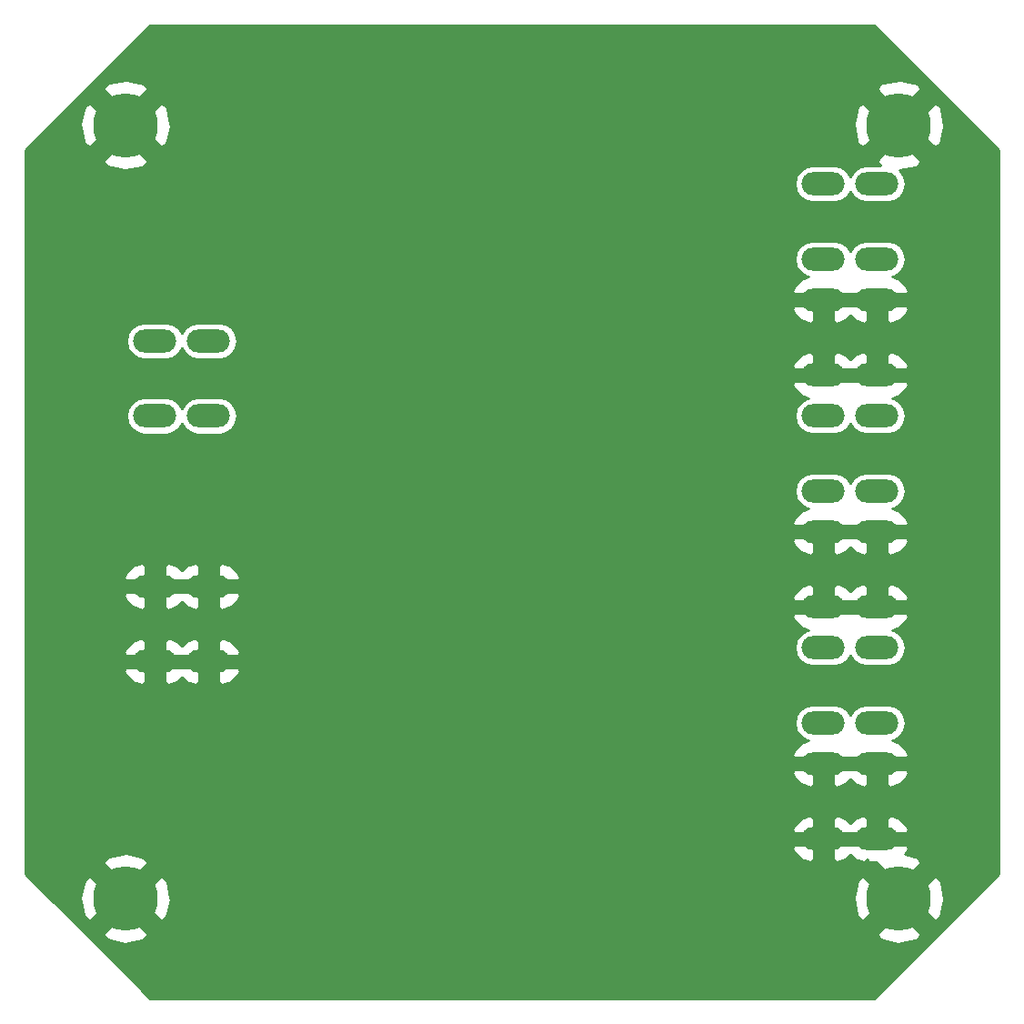
<source format=gbr>
G04 #@! TF.GenerationSoftware,KiCad,Pcbnew,(5.0.2)-1*
G04 #@! TF.CreationDate,2019-05-25T13:24:05-02:30*
G04 #@! TF.ProjectId,PowerPCB,506f7765-7250-4434-922e-6b696361645f,rev?*
G04 #@! TF.SameCoordinates,Original*
G04 #@! TF.FileFunction,Copper,L2,Bot*
G04 #@! TF.FilePolarity,Positive*
%FSLAX46Y46*%
G04 Gerber Fmt 4.6, Leading zero omitted, Abs format (unit mm)*
G04 Created by KiCad (PCBNEW (5.0.2)-1) date 5/25/2019 1:24:05 PM*
%MOMM*%
%LPD*%
G01*
G04 APERTURE LIST*
G04 #@! TA.AperFunction,ComponentPad*
%ADD10C,6.000000*%
G04 #@! TD*
G04 #@! TA.AperFunction,ComponentPad*
%ADD11O,4.000000X2.150000*%
G04 #@! TD*
G04 #@! TA.AperFunction,ViaPad*
%ADD12C,0.800000*%
G04 #@! TD*
G04 #@! TA.AperFunction,Conductor*
%ADD13C,0.250000*%
G04 #@! TD*
G04 #@! TA.AperFunction,Conductor*
%ADD14C,0.254000*%
G04 #@! TD*
G04 APERTURE END LIST*
D10*
G04 #@! TO.P,H1,1*
G04 #@! TO.N,GND*
X132000000Y-68000000D03*
G04 #@! TD*
G04 #@! TO.P,H2,1*
G04 #@! TO.N,GND*
X60000000Y-68000000D03*
G04 #@! TD*
G04 #@! TO.P,H3,1*
G04 #@! TO.N,GND*
X132000000Y-140000000D03*
G04 #@! TD*
G04 #@! TO.P,H4,1*
G04 #@! TO.N,GND*
X60000000Y-140000000D03*
G04 #@! TD*
D11*
G04 #@! TO.P,J1,1*
G04 #@! TO.N,+V*
X67740000Y-88080000D03*
X67740000Y-95080000D03*
X62740000Y-95080000D03*
X62740000Y-88080000D03*
G04 #@! TD*
G04 #@! TO.P,J2,1*
G04 #@! TO.N,GND*
X67740000Y-117940000D03*
X67740000Y-110940000D03*
X62740000Y-110940000D03*
X62740000Y-117940000D03*
G04 #@! TD*
G04 #@! TO.P,J5,1*
G04 #@! TO.N,Net-(J5-Pad1)*
X129970000Y-123655000D03*
X129970000Y-116655000D03*
X124970000Y-116655000D03*
X124970000Y-123655000D03*
G04 #@! TD*
G04 #@! TO.P,J7,1*
G04 #@! TO.N,Net-(J7-Pad1)*
X124970000Y-80475000D03*
X124970000Y-73475000D03*
X129970000Y-73475000D03*
X129970000Y-80475000D03*
G04 #@! TD*
G04 #@! TO.P,J8,1*
G04 #@! TO.N,GND*
X124970000Y-91270000D03*
X124970000Y-84270000D03*
X129970000Y-84270000D03*
X129970000Y-91270000D03*
G04 #@! TD*
G04 #@! TO.P,J9,1*
G04 #@! TO.N,Net-(J9-Pad1)*
X129970000Y-95065000D03*
X129970000Y-102065000D03*
X124970000Y-102065000D03*
X124970000Y-95065000D03*
G04 #@! TD*
G04 #@! TO.P,J10,1*
G04 #@! TO.N,GND*
X124970000Y-112860000D03*
X124970000Y-105860000D03*
X129970000Y-105860000D03*
X129970000Y-112860000D03*
G04 #@! TD*
G04 #@! TO.P,J6,1*
G04 #@! TO.N,GND*
X129970000Y-134450000D03*
X129970000Y-127450000D03*
X124970000Y-127450000D03*
X124970000Y-134450000D03*
G04 #@! TD*
D12*
G04 #@! TO.N,GND*
X85500000Y-81000000D03*
X85500000Y-83000000D03*
X85500000Y-85250000D03*
X85000000Y-109250000D03*
X85000000Y-112000000D03*
X85000000Y-114250000D03*
X85750000Y-139000000D03*
X85750000Y-141000000D03*
X85750000Y-143500000D03*
X110000000Y-138500000D03*
X110000000Y-140750000D03*
X110000000Y-143250000D03*
X110750000Y-114250000D03*
X110750000Y-112000000D03*
X110750000Y-109750000D03*
X110250000Y-85250000D03*
X110250000Y-82750000D03*
X110250000Y-80250000D03*
G04 #@! TD*
D13*
G04 #@! TO.N,GND*
X85500000Y-81000000D02*
X85500000Y-83000000D01*
X85000000Y-109250000D02*
X85000000Y-112000000D01*
X85750000Y-139000000D02*
X85750000Y-141000000D01*
X110000000Y-138500000D02*
X110000000Y-140750000D01*
X110750000Y-114250000D02*
X110750000Y-112000000D01*
X110250000Y-85250000D02*
X110250000Y-82750000D01*
G04 #@! TD*
D14*
G04 #@! TO.N,GND*
G36*
X141290000Y-70294092D02*
X141290001Y-137705907D01*
X129705910Y-149290000D01*
X62294092Y-149290000D01*
X56328069Y-143323977D01*
X57910632Y-143323977D01*
X58286774Y-143843291D01*
X59887948Y-144206361D01*
X61506183Y-143929052D01*
X61713226Y-143843291D01*
X62089368Y-143323977D01*
X129910632Y-143323977D01*
X130286774Y-143843291D01*
X131887948Y-144206361D01*
X133506183Y-143929052D01*
X133713226Y-143843291D01*
X134089368Y-143323977D01*
X132000000Y-141234608D01*
X129910632Y-143323977D01*
X62089368Y-143323977D01*
X60000000Y-141234608D01*
X57910632Y-143323977D01*
X56328069Y-143323977D01*
X52892039Y-139887948D01*
X55793639Y-139887948D01*
X56070948Y-141506183D01*
X56156709Y-141713226D01*
X56676023Y-142089368D01*
X58765392Y-140000000D01*
X61234608Y-140000000D01*
X63323977Y-142089368D01*
X63843291Y-141713226D01*
X64206361Y-140112052D01*
X64167958Y-139887948D01*
X127793639Y-139887948D01*
X128070948Y-141506183D01*
X128156709Y-141713226D01*
X128676023Y-142089368D01*
X130765392Y-140000000D01*
X133234608Y-140000000D01*
X135323977Y-142089368D01*
X135843291Y-141713226D01*
X136206361Y-140112052D01*
X135929052Y-138493817D01*
X135843291Y-138286774D01*
X135323977Y-137910632D01*
X133234608Y-140000000D01*
X130765392Y-140000000D01*
X128676023Y-137910632D01*
X128156709Y-138286774D01*
X127793639Y-139887948D01*
X64167958Y-139887948D01*
X63929052Y-138493817D01*
X63843291Y-138286774D01*
X63323977Y-137910632D01*
X61234608Y-140000000D01*
X58765392Y-140000000D01*
X56676023Y-137910632D01*
X56156709Y-138286774D01*
X55793639Y-139887948D01*
X52892039Y-139887948D01*
X50710000Y-137705910D01*
X50710000Y-136676023D01*
X57910632Y-136676023D01*
X60000000Y-138765392D01*
X62089368Y-136676023D01*
X61713226Y-136156709D01*
X60112052Y-135793639D01*
X58493817Y-136070948D01*
X58286774Y-136156709D01*
X57910632Y-136676023D01*
X50710000Y-136676023D01*
X50710000Y-135314931D01*
X122019982Y-135314931D01*
X122285792Y-135792416D01*
X122933424Y-136363450D01*
X123750283Y-136643179D01*
X124097000Y-136380531D01*
X124097000Y-134987500D01*
X125843000Y-134987500D01*
X125843000Y-136380531D01*
X126189717Y-136643179D01*
X127006576Y-136363450D01*
X127470000Y-135954837D01*
X127933424Y-136363450D01*
X128750283Y-136643179D01*
X129096998Y-136380533D01*
X129096998Y-136652000D01*
X129928032Y-136652000D01*
X129910632Y-136676023D01*
X132000000Y-138765392D01*
X134089368Y-136676023D01*
X133713226Y-136156709D01*
X132542200Y-135891176D01*
X132654208Y-135792416D01*
X132920018Y-135314931D01*
X132738490Y-134987500D01*
X130843000Y-134987500D01*
X130843000Y-135343000D01*
X129097000Y-135343000D01*
X129097000Y-134987500D01*
X125843000Y-134987500D01*
X124097000Y-134987500D01*
X122201510Y-134987500D01*
X122019982Y-135314931D01*
X50710000Y-135314931D01*
X50710000Y-133585069D01*
X122019982Y-133585069D01*
X122201510Y-133912500D01*
X124097000Y-133912500D01*
X124097000Y-132519469D01*
X125843000Y-132519469D01*
X125843000Y-133912500D01*
X129097000Y-133912500D01*
X129097000Y-132519469D01*
X130843000Y-132519469D01*
X130843000Y-133912500D01*
X132738490Y-133912500D01*
X132920018Y-133585069D01*
X132654208Y-133107584D01*
X132006576Y-132536550D01*
X131189717Y-132256821D01*
X130843000Y-132519469D01*
X129097000Y-132519469D01*
X128750283Y-132256821D01*
X127933424Y-132536550D01*
X127470000Y-132945163D01*
X127006576Y-132536550D01*
X126189717Y-132256821D01*
X125843000Y-132519469D01*
X124097000Y-132519469D01*
X123750283Y-132256821D01*
X122933424Y-132536550D01*
X122285792Y-133107584D01*
X122019982Y-133585069D01*
X50710000Y-133585069D01*
X50710000Y-128314931D01*
X122019982Y-128314931D01*
X122285792Y-128792416D01*
X122933424Y-129363450D01*
X123750283Y-129643179D01*
X124097000Y-129380531D01*
X124097000Y-127987500D01*
X125843000Y-127987500D01*
X125843000Y-129380531D01*
X126189717Y-129643179D01*
X127006576Y-129363450D01*
X127470000Y-128954837D01*
X127933424Y-129363450D01*
X128750283Y-129643179D01*
X129097000Y-129380531D01*
X129097000Y-127987500D01*
X130843000Y-127987500D01*
X130843000Y-129380531D01*
X131189717Y-129643179D01*
X132006576Y-129363450D01*
X132654208Y-128792416D01*
X132920018Y-128314931D01*
X132738490Y-127987500D01*
X130843000Y-127987500D01*
X129097000Y-127987500D01*
X125843000Y-127987500D01*
X124097000Y-127987500D01*
X122201510Y-127987500D01*
X122019982Y-128314931D01*
X50710000Y-128314931D01*
X50710000Y-126585069D01*
X122019982Y-126585069D01*
X122201510Y-126912500D01*
X124097000Y-126912500D01*
X124097000Y-126557000D01*
X125843000Y-126557000D01*
X125843000Y-126912500D01*
X129097000Y-126912500D01*
X129097000Y-126557000D01*
X130843000Y-126557000D01*
X130843000Y-126912500D01*
X132738490Y-126912500D01*
X132920018Y-126585069D01*
X132654208Y-126107584D01*
X132006576Y-125536550D01*
X131343139Y-125309360D01*
X131562209Y-125265784D01*
X132127841Y-124887841D01*
X132505784Y-124322209D01*
X132638500Y-123655000D01*
X132505784Y-122987791D01*
X132127841Y-122422159D01*
X131562209Y-122044216D01*
X131063416Y-121945000D01*
X128876584Y-121945000D01*
X128377791Y-122044216D01*
X127812159Y-122422159D01*
X127470000Y-122934236D01*
X127127841Y-122422159D01*
X126562209Y-122044216D01*
X126063416Y-121945000D01*
X123876584Y-121945000D01*
X123377791Y-122044216D01*
X122812159Y-122422159D01*
X122434216Y-122987791D01*
X122301500Y-123655000D01*
X122434216Y-124322209D01*
X122812159Y-124887841D01*
X123377791Y-125265784D01*
X123596861Y-125309360D01*
X122933424Y-125536550D01*
X122285792Y-126107584D01*
X122019982Y-126585069D01*
X50710000Y-126585069D01*
X50710000Y-118804931D01*
X59789982Y-118804931D01*
X60055792Y-119282416D01*
X60703424Y-119853450D01*
X61520283Y-120133179D01*
X61867000Y-119870531D01*
X61867000Y-118477500D01*
X63613000Y-118477500D01*
X63613000Y-119870531D01*
X63959717Y-120133179D01*
X64776576Y-119853450D01*
X65240000Y-119444837D01*
X65703424Y-119853450D01*
X66520283Y-120133179D01*
X66867000Y-119870531D01*
X66867000Y-118477500D01*
X68613000Y-118477500D01*
X68613000Y-119870531D01*
X68959717Y-120133179D01*
X69776576Y-119853450D01*
X70424208Y-119282416D01*
X70690018Y-118804931D01*
X70508490Y-118477500D01*
X68613000Y-118477500D01*
X66867000Y-118477500D01*
X63613000Y-118477500D01*
X61867000Y-118477500D01*
X59971510Y-118477500D01*
X59789982Y-118804931D01*
X50710000Y-118804931D01*
X50710000Y-117075069D01*
X59789982Y-117075069D01*
X59971510Y-117402500D01*
X61867000Y-117402500D01*
X61867000Y-116009469D01*
X63613000Y-116009469D01*
X63613000Y-117402500D01*
X66867000Y-117402500D01*
X66867000Y-116009469D01*
X68613000Y-116009469D01*
X68613000Y-117402500D01*
X70508490Y-117402500D01*
X70690018Y-117075069D01*
X70424208Y-116597584D01*
X69776576Y-116026550D01*
X68959717Y-115746821D01*
X68613000Y-116009469D01*
X66867000Y-116009469D01*
X66520283Y-115746821D01*
X65703424Y-116026550D01*
X65240000Y-116435163D01*
X64776576Y-116026550D01*
X63959717Y-115746821D01*
X63613000Y-116009469D01*
X61867000Y-116009469D01*
X61520283Y-115746821D01*
X60703424Y-116026550D01*
X60055792Y-116597584D01*
X59789982Y-117075069D01*
X50710000Y-117075069D01*
X50710000Y-113724931D01*
X122019982Y-113724931D01*
X122285792Y-114202416D01*
X122933424Y-114773450D01*
X123596861Y-115000640D01*
X123377791Y-115044216D01*
X122812159Y-115422159D01*
X122434216Y-115987791D01*
X122301500Y-116655000D01*
X122434216Y-117322209D01*
X122812159Y-117887841D01*
X123377791Y-118265784D01*
X123876584Y-118365000D01*
X126063416Y-118365000D01*
X126562209Y-118265784D01*
X127127841Y-117887841D01*
X127470000Y-117375764D01*
X127812159Y-117887841D01*
X128377791Y-118265784D01*
X128876584Y-118365000D01*
X131063416Y-118365000D01*
X131562209Y-118265784D01*
X132127841Y-117887841D01*
X132505784Y-117322209D01*
X132638500Y-116655000D01*
X132505784Y-115987791D01*
X132127841Y-115422159D01*
X131562209Y-115044216D01*
X131343139Y-115000640D01*
X132006576Y-114773450D01*
X132654208Y-114202416D01*
X132920018Y-113724931D01*
X132738490Y-113397500D01*
X130843000Y-113397500D01*
X130843000Y-113753000D01*
X129097000Y-113753000D01*
X129097000Y-113397500D01*
X125843000Y-113397500D01*
X125843000Y-113753000D01*
X124097000Y-113753000D01*
X124097000Y-113397500D01*
X122201510Y-113397500D01*
X122019982Y-113724931D01*
X50710000Y-113724931D01*
X50710000Y-111804931D01*
X59789982Y-111804931D01*
X60055792Y-112282416D01*
X60703424Y-112853450D01*
X61520283Y-113133179D01*
X61867000Y-112870531D01*
X61867000Y-111477500D01*
X63613000Y-111477500D01*
X63613000Y-112870531D01*
X63959717Y-113133179D01*
X64776576Y-112853450D01*
X65240000Y-112444837D01*
X65703424Y-112853450D01*
X66520283Y-113133179D01*
X66867000Y-112870531D01*
X66867000Y-111477500D01*
X68613000Y-111477500D01*
X68613000Y-112870531D01*
X68959717Y-113133179D01*
X69776576Y-112853450D01*
X70424208Y-112282416D01*
X70584170Y-111995069D01*
X122019982Y-111995069D01*
X122201510Y-112322500D01*
X124097000Y-112322500D01*
X124097000Y-110929469D01*
X125843000Y-110929469D01*
X125843000Y-112322500D01*
X129097000Y-112322500D01*
X129097000Y-110929469D01*
X130843000Y-110929469D01*
X130843000Y-112322500D01*
X132738490Y-112322500D01*
X132920018Y-111995069D01*
X132654208Y-111517584D01*
X132006576Y-110946550D01*
X131189717Y-110666821D01*
X130843000Y-110929469D01*
X129097000Y-110929469D01*
X128750283Y-110666821D01*
X127933424Y-110946550D01*
X127470000Y-111355163D01*
X127006576Y-110946550D01*
X126189717Y-110666821D01*
X125843000Y-110929469D01*
X124097000Y-110929469D01*
X123750283Y-110666821D01*
X122933424Y-110946550D01*
X122285792Y-111517584D01*
X122019982Y-111995069D01*
X70584170Y-111995069D01*
X70690018Y-111804931D01*
X70508490Y-111477500D01*
X68613000Y-111477500D01*
X66867000Y-111477500D01*
X63613000Y-111477500D01*
X61867000Y-111477500D01*
X59971510Y-111477500D01*
X59789982Y-111804931D01*
X50710000Y-111804931D01*
X50710000Y-110075069D01*
X59789982Y-110075069D01*
X59971510Y-110402500D01*
X61867000Y-110402500D01*
X61867000Y-109009469D01*
X63613000Y-109009469D01*
X63613000Y-110402500D01*
X66867000Y-110402500D01*
X66867000Y-109009469D01*
X68613000Y-109009469D01*
X68613000Y-110402500D01*
X70508490Y-110402500D01*
X70690018Y-110075069D01*
X70424208Y-109597584D01*
X69776576Y-109026550D01*
X68959717Y-108746821D01*
X68613000Y-109009469D01*
X66867000Y-109009469D01*
X66520283Y-108746821D01*
X65703424Y-109026550D01*
X65240000Y-109435163D01*
X64776576Y-109026550D01*
X63959717Y-108746821D01*
X63613000Y-109009469D01*
X61867000Y-109009469D01*
X61520283Y-108746821D01*
X60703424Y-109026550D01*
X60055792Y-109597584D01*
X59789982Y-110075069D01*
X50710000Y-110075069D01*
X50710000Y-106724931D01*
X122019982Y-106724931D01*
X122285792Y-107202416D01*
X122933424Y-107773450D01*
X123750283Y-108053179D01*
X124097000Y-107790531D01*
X124097000Y-106397500D01*
X125843000Y-106397500D01*
X125843000Y-107790531D01*
X126189717Y-108053179D01*
X127006576Y-107773450D01*
X127470000Y-107364837D01*
X127933424Y-107773450D01*
X128750283Y-108053179D01*
X129097000Y-107790531D01*
X129097000Y-106397500D01*
X130843000Y-106397500D01*
X130843000Y-107790531D01*
X131189717Y-108053179D01*
X132006576Y-107773450D01*
X132654208Y-107202416D01*
X132920018Y-106724931D01*
X132738490Y-106397500D01*
X130843000Y-106397500D01*
X129097000Y-106397500D01*
X125843000Y-106397500D01*
X124097000Y-106397500D01*
X122201510Y-106397500D01*
X122019982Y-106724931D01*
X50710000Y-106724931D01*
X50710000Y-104995069D01*
X122019982Y-104995069D01*
X122201510Y-105322500D01*
X124097000Y-105322500D01*
X124097000Y-104967000D01*
X125843000Y-104967000D01*
X125843000Y-105322500D01*
X129097000Y-105322500D01*
X129097000Y-104967000D01*
X130843000Y-104967000D01*
X130843000Y-105322500D01*
X132738490Y-105322500D01*
X132920018Y-104995069D01*
X132654208Y-104517584D01*
X132006576Y-103946550D01*
X131343139Y-103719360D01*
X131562209Y-103675784D01*
X132127841Y-103297841D01*
X132505784Y-102732209D01*
X132638500Y-102065000D01*
X132505784Y-101397791D01*
X132127841Y-100832159D01*
X131562209Y-100454216D01*
X131063416Y-100355000D01*
X128876584Y-100355000D01*
X128377791Y-100454216D01*
X127812159Y-100832159D01*
X127470000Y-101344236D01*
X127127841Y-100832159D01*
X126562209Y-100454216D01*
X126063416Y-100355000D01*
X123876584Y-100355000D01*
X123377791Y-100454216D01*
X122812159Y-100832159D01*
X122434216Y-101397791D01*
X122301500Y-102065000D01*
X122434216Y-102732209D01*
X122812159Y-103297841D01*
X123377791Y-103675784D01*
X123596861Y-103719360D01*
X122933424Y-103946550D01*
X122285792Y-104517584D01*
X122019982Y-104995069D01*
X50710000Y-104995069D01*
X50710000Y-95080000D01*
X60071500Y-95080000D01*
X60204216Y-95747209D01*
X60582159Y-96312841D01*
X61147791Y-96690784D01*
X61646584Y-96790000D01*
X63833416Y-96790000D01*
X64332209Y-96690784D01*
X64897841Y-96312841D01*
X65240000Y-95800764D01*
X65582159Y-96312841D01*
X66147791Y-96690784D01*
X66646584Y-96790000D01*
X68833416Y-96790000D01*
X69332209Y-96690784D01*
X69897841Y-96312841D01*
X70275784Y-95747209D01*
X70408500Y-95080000D01*
X70275784Y-94412791D01*
X69897841Y-93847159D01*
X69332209Y-93469216D01*
X68833416Y-93370000D01*
X66646584Y-93370000D01*
X66147791Y-93469216D01*
X65582159Y-93847159D01*
X65240000Y-94359236D01*
X64897841Y-93847159D01*
X64332209Y-93469216D01*
X63833416Y-93370000D01*
X61646584Y-93370000D01*
X61147791Y-93469216D01*
X60582159Y-93847159D01*
X60204216Y-94412791D01*
X60071500Y-95080000D01*
X50710000Y-95080000D01*
X50710000Y-92134931D01*
X122019982Y-92134931D01*
X122285792Y-92612416D01*
X122933424Y-93183450D01*
X123596861Y-93410640D01*
X123377791Y-93454216D01*
X122812159Y-93832159D01*
X122434216Y-94397791D01*
X122301500Y-95065000D01*
X122434216Y-95732209D01*
X122812159Y-96297841D01*
X123377791Y-96675784D01*
X123876584Y-96775000D01*
X126063416Y-96775000D01*
X126562209Y-96675784D01*
X127127841Y-96297841D01*
X127470000Y-95785764D01*
X127812159Y-96297841D01*
X128377791Y-96675784D01*
X128876584Y-96775000D01*
X131063416Y-96775000D01*
X131562209Y-96675784D01*
X132127841Y-96297841D01*
X132505784Y-95732209D01*
X132638500Y-95065000D01*
X132505784Y-94397791D01*
X132127841Y-93832159D01*
X131562209Y-93454216D01*
X131343139Y-93410640D01*
X132006576Y-93183450D01*
X132654208Y-92612416D01*
X132920018Y-92134931D01*
X132738490Y-91807500D01*
X130843000Y-91807500D01*
X130843000Y-92163000D01*
X129097000Y-92163000D01*
X129097000Y-91807500D01*
X125843000Y-91807500D01*
X125843000Y-92163000D01*
X124097000Y-92163000D01*
X124097000Y-91807500D01*
X122201510Y-91807500D01*
X122019982Y-92134931D01*
X50710000Y-92134931D01*
X50710000Y-90405069D01*
X122019982Y-90405069D01*
X122201510Y-90732500D01*
X124097000Y-90732500D01*
X124097000Y-89339469D01*
X125843000Y-89339469D01*
X125843000Y-90732500D01*
X129097000Y-90732500D01*
X129097000Y-89339469D01*
X130843000Y-89339469D01*
X130843000Y-90732500D01*
X132738490Y-90732500D01*
X132920018Y-90405069D01*
X132654208Y-89927584D01*
X132006576Y-89356550D01*
X131189717Y-89076821D01*
X130843000Y-89339469D01*
X129097000Y-89339469D01*
X128750283Y-89076821D01*
X127933424Y-89356550D01*
X127470000Y-89765163D01*
X127006576Y-89356550D01*
X126189717Y-89076821D01*
X125843000Y-89339469D01*
X124097000Y-89339469D01*
X123750283Y-89076821D01*
X122933424Y-89356550D01*
X122285792Y-89927584D01*
X122019982Y-90405069D01*
X50710000Y-90405069D01*
X50710000Y-88080000D01*
X60071500Y-88080000D01*
X60204216Y-88747209D01*
X60582159Y-89312841D01*
X61147791Y-89690784D01*
X61646584Y-89790000D01*
X63833416Y-89790000D01*
X64332209Y-89690784D01*
X64897841Y-89312841D01*
X65240000Y-88800764D01*
X65582159Y-89312841D01*
X66147791Y-89690784D01*
X66646584Y-89790000D01*
X68833416Y-89790000D01*
X69332209Y-89690784D01*
X69897841Y-89312841D01*
X70275784Y-88747209D01*
X70408500Y-88080000D01*
X70275784Y-87412791D01*
X69897841Y-86847159D01*
X69332209Y-86469216D01*
X68833416Y-86370000D01*
X66646584Y-86370000D01*
X66147791Y-86469216D01*
X65582159Y-86847159D01*
X65240000Y-87359236D01*
X64897841Y-86847159D01*
X64332209Y-86469216D01*
X63833416Y-86370000D01*
X61646584Y-86370000D01*
X61147791Y-86469216D01*
X60582159Y-86847159D01*
X60204216Y-87412791D01*
X60071500Y-88080000D01*
X50710000Y-88080000D01*
X50710000Y-85134931D01*
X122019982Y-85134931D01*
X122285792Y-85612416D01*
X122933424Y-86183450D01*
X123750283Y-86463179D01*
X124097000Y-86200531D01*
X124097000Y-84807500D01*
X125843000Y-84807500D01*
X125843000Y-86200531D01*
X126189717Y-86463179D01*
X127006576Y-86183450D01*
X127470000Y-85774837D01*
X127933424Y-86183450D01*
X128750283Y-86463179D01*
X129097000Y-86200531D01*
X129097000Y-84807500D01*
X130843000Y-84807500D01*
X130843000Y-86200531D01*
X131189717Y-86463179D01*
X132006576Y-86183450D01*
X132654208Y-85612416D01*
X132920018Y-85134931D01*
X132738490Y-84807500D01*
X130843000Y-84807500D01*
X129097000Y-84807500D01*
X125843000Y-84807500D01*
X124097000Y-84807500D01*
X122201510Y-84807500D01*
X122019982Y-85134931D01*
X50710000Y-85134931D01*
X50710000Y-83405069D01*
X122019982Y-83405069D01*
X122201510Y-83732500D01*
X124097000Y-83732500D01*
X124097000Y-83377000D01*
X125843000Y-83377000D01*
X125843000Y-83732500D01*
X129097000Y-83732500D01*
X129097000Y-83377000D01*
X130843000Y-83377000D01*
X130843000Y-83732500D01*
X132738490Y-83732500D01*
X132920018Y-83405069D01*
X132654208Y-82927584D01*
X132006576Y-82356550D01*
X131343139Y-82129360D01*
X131562209Y-82085784D01*
X132127841Y-81707841D01*
X132505784Y-81142209D01*
X132638500Y-80475000D01*
X132505784Y-79807791D01*
X132127841Y-79242159D01*
X131562209Y-78864216D01*
X131063416Y-78765000D01*
X128876584Y-78765000D01*
X128377791Y-78864216D01*
X127812159Y-79242159D01*
X127470000Y-79754236D01*
X127127841Y-79242159D01*
X126562209Y-78864216D01*
X126063416Y-78765000D01*
X123876584Y-78765000D01*
X123377791Y-78864216D01*
X122812159Y-79242159D01*
X122434216Y-79807791D01*
X122301500Y-80475000D01*
X122434216Y-81142209D01*
X122812159Y-81707841D01*
X123377791Y-82085784D01*
X123596861Y-82129360D01*
X122933424Y-82356550D01*
X122285792Y-82927584D01*
X122019982Y-83405069D01*
X50710000Y-83405069D01*
X50710000Y-73475000D01*
X122301500Y-73475000D01*
X122434216Y-74142209D01*
X122812159Y-74707841D01*
X123377791Y-75085784D01*
X123876584Y-75185000D01*
X126063416Y-75185000D01*
X126562209Y-75085784D01*
X127127841Y-74707841D01*
X127470000Y-74195764D01*
X127812159Y-74707841D01*
X128377791Y-75085784D01*
X128876584Y-75185000D01*
X131063416Y-75185000D01*
X131562209Y-75085784D01*
X132127841Y-74707841D01*
X132505784Y-74142209D01*
X132638500Y-73475000D01*
X132505784Y-72807791D01*
X132127841Y-72242159D01*
X132036235Y-72180950D01*
X133506183Y-71929052D01*
X133713226Y-71843291D01*
X134089368Y-71323977D01*
X132000000Y-69234608D01*
X129910632Y-71323977D01*
X130230067Y-71765000D01*
X128876584Y-71765000D01*
X128377791Y-71864216D01*
X127812159Y-72242159D01*
X127470000Y-72754236D01*
X127127841Y-72242159D01*
X126562209Y-71864216D01*
X126063416Y-71765000D01*
X123876584Y-71765000D01*
X123377791Y-71864216D01*
X122812159Y-72242159D01*
X122434216Y-72807791D01*
X122301500Y-73475000D01*
X50710000Y-73475000D01*
X50710000Y-71323977D01*
X57910632Y-71323977D01*
X58286774Y-71843291D01*
X59887948Y-72206361D01*
X61506183Y-71929052D01*
X61713226Y-71843291D01*
X62089368Y-71323977D01*
X60000000Y-69234608D01*
X57910632Y-71323977D01*
X50710000Y-71323977D01*
X50710000Y-70294090D01*
X53116142Y-67887948D01*
X55793639Y-67887948D01*
X56070948Y-69506183D01*
X56156709Y-69713226D01*
X56676023Y-70089368D01*
X58765392Y-68000000D01*
X61234608Y-68000000D01*
X63323977Y-70089368D01*
X63843291Y-69713226D01*
X64206361Y-68112052D01*
X64167958Y-67887948D01*
X127793639Y-67887948D01*
X128070948Y-69506183D01*
X128156709Y-69713226D01*
X128676023Y-70089368D01*
X130765392Y-68000000D01*
X133234608Y-68000000D01*
X135323977Y-70089368D01*
X135843291Y-69713226D01*
X136206361Y-68112052D01*
X135929052Y-66493817D01*
X135843291Y-66286774D01*
X135323977Y-65910632D01*
X133234608Y-68000000D01*
X130765392Y-68000000D01*
X128676023Y-65910632D01*
X128156709Y-66286774D01*
X127793639Y-67887948D01*
X64167958Y-67887948D01*
X63929052Y-66493817D01*
X63843291Y-66286774D01*
X63323977Y-65910632D01*
X61234608Y-68000000D01*
X58765392Y-68000000D01*
X56676023Y-65910632D01*
X56156709Y-66286774D01*
X55793639Y-67887948D01*
X53116142Y-67887948D01*
X56328067Y-64676023D01*
X57910632Y-64676023D01*
X60000000Y-66765392D01*
X62089368Y-64676023D01*
X129910632Y-64676023D01*
X132000000Y-66765392D01*
X134089368Y-64676023D01*
X133713226Y-64156709D01*
X132112052Y-63793639D01*
X130493817Y-64070948D01*
X130286774Y-64156709D01*
X129910632Y-64676023D01*
X62089368Y-64676023D01*
X61713226Y-64156709D01*
X60112052Y-63793639D01*
X58493817Y-64070948D01*
X58286774Y-64156709D01*
X57910632Y-64676023D01*
X56328067Y-64676023D01*
X62294092Y-58710000D01*
X129705910Y-58710000D01*
X141290000Y-70294092D01*
X141290000Y-70294092D01*
G37*
X141290000Y-70294092D02*
X141290001Y-137705907D01*
X129705910Y-149290000D01*
X62294092Y-149290000D01*
X56328069Y-143323977D01*
X57910632Y-143323977D01*
X58286774Y-143843291D01*
X59887948Y-144206361D01*
X61506183Y-143929052D01*
X61713226Y-143843291D01*
X62089368Y-143323977D01*
X129910632Y-143323977D01*
X130286774Y-143843291D01*
X131887948Y-144206361D01*
X133506183Y-143929052D01*
X133713226Y-143843291D01*
X134089368Y-143323977D01*
X132000000Y-141234608D01*
X129910632Y-143323977D01*
X62089368Y-143323977D01*
X60000000Y-141234608D01*
X57910632Y-143323977D01*
X56328069Y-143323977D01*
X52892039Y-139887948D01*
X55793639Y-139887948D01*
X56070948Y-141506183D01*
X56156709Y-141713226D01*
X56676023Y-142089368D01*
X58765392Y-140000000D01*
X61234608Y-140000000D01*
X63323977Y-142089368D01*
X63843291Y-141713226D01*
X64206361Y-140112052D01*
X64167958Y-139887948D01*
X127793639Y-139887948D01*
X128070948Y-141506183D01*
X128156709Y-141713226D01*
X128676023Y-142089368D01*
X130765392Y-140000000D01*
X133234608Y-140000000D01*
X135323977Y-142089368D01*
X135843291Y-141713226D01*
X136206361Y-140112052D01*
X135929052Y-138493817D01*
X135843291Y-138286774D01*
X135323977Y-137910632D01*
X133234608Y-140000000D01*
X130765392Y-140000000D01*
X128676023Y-137910632D01*
X128156709Y-138286774D01*
X127793639Y-139887948D01*
X64167958Y-139887948D01*
X63929052Y-138493817D01*
X63843291Y-138286774D01*
X63323977Y-137910632D01*
X61234608Y-140000000D01*
X58765392Y-140000000D01*
X56676023Y-137910632D01*
X56156709Y-138286774D01*
X55793639Y-139887948D01*
X52892039Y-139887948D01*
X50710000Y-137705910D01*
X50710000Y-136676023D01*
X57910632Y-136676023D01*
X60000000Y-138765392D01*
X62089368Y-136676023D01*
X61713226Y-136156709D01*
X60112052Y-135793639D01*
X58493817Y-136070948D01*
X58286774Y-136156709D01*
X57910632Y-136676023D01*
X50710000Y-136676023D01*
X50710000Y-135314931D01*
X122019982Y-135314931D01*
X122285792Y-135792416D01*
X122933424Y-136363450D01*
X123750283Y-136643179D01*
X124097000Y-136380531D01*
X124097000Y-134987500D01*
X125843000Y-134987500D01*
X125843000Y-136380531D01*
X126189717Y-136643179D01*
X127006576Y-136363450D01*
X127470000Y-135954837D01*
X127933424Y-136363450D01*
X128750283Y-136643179D01*
X129096998Y-136380533D01*
X129096998Y-136652000D01*
X129928032Y-136652000D01*
X129910632Y-136676023D01*
X132000000Y-138765392D01*
X134089368Y-136676023D01*
X133713226Y-136156709D01*
X132542200Y-135891176D01*
X132654208Y-135792416D01*
X132920018Y-135314931D01*
X132738490Y-134987500D01*
X130843000Y-134987500D01*
X130843000Y-135343000D01*
X129097000Y-135343000D01*
X129097000Y-134987500D01*
X125843000Y-134987500D01*
X124097000Y-134987500D01*
X122201510Y-134987500D01*
X122019982Y-135314931D01*
X50710000Y-135314931D01*
X50710000Y-133585069D01*
X122019982Y-133585069D01*
X122201510Y-133912500D01*
X124097000Y-133912500D01*
X124097000Y-132519469D01*
X125843000Y-132519469D01*
X125843000Y-133912500D01*
X129097000Y-133912500D01*
X129097000Y-132519469D01*
X130843000Y-132519469D01*
X130843000Y-133912500D01*
X132738490Y-133912500D01*
X132920018Y-133585069D01*
X132654208Y-133107584D01*
X132006576Y-132536550D01*
X131189717Y-132256821D01*
X130843000Y-132519469D01*
X129097000Y-132519469D01*
X128750283Y-132256821D01*
X127933424Y-132536550D01*
X127470000Y-132945163D01*
X127006576Y-132536550D01*
X126189717Y-132256821D01*
X125843000Y-132519469D01*
X124097000Y-132519469D01*
X123750283Y-132256821D01*
X122933424Y-132536550D01*
X122285792Y-133107584D01*
X122019982Y-133585069D01*
X50710000Y-133585069D01*
X50710000Y-128314931D01*
X122019982Y-128314931D01*
X122285792Y-128792416D01*
X122933424Y-129363450D01*
X123750283Y-129643179D01*
X124097000Y-129380531D01*
X124097000Y-127987500D01*
X125843000Y-127987500D01*
X125843000Y-129380531D01*
X126189717Y-129643179D01*
X127006576Y-129363450D01*
X127470000Y-128954837D01*
X127933424Y-129363450D01*
X128750283Y-129643179D01*
X129097000Y-129380531D01*
X129097000Y-127987500D01*
X130843000Y-127987500D01*
X130843000Y-129380531D01*
X131189717Y-129643179D01*
X132006576Y-129363450D01*
X132654208Y-128792416D01*
X132920018Y-128314931D01*
X132738490Y-127987500D01*
X130843000Y-127987500D01*
X129097000Y-127987500D01*
X125843000Y-127987500D01*
X124097000Y-127987500D01*
X122201510Y-127987500D01*
X122019982Y-128314931D01*
X50710000Y-128314931D01*
X50710000Y-126585069D01*
X122019982Y-126585069D01*
X122201510Y-126912500D01*
X124097000Y-126912500D01*
X124097000Y-126557000D01*
X125843000Y-126557000D01*
X125843000Y-126912500D01*
X129097000Y-126912500D01*
X129097000Y-126557000D01*
X130843000Y-126557000D01*
X130843000Y-126912500D01*
X132738490Y-126912500D01*
X132920018Y-126585069D01*
X132654208Y-126107584D01*
X132006576Y-125536550D01*
X131343139Y-125309360D01*
X131562209Y-125265784D01*
X132127841Y-124887841D01*
X132505784Y-124322209D01*
X132638500Y-123655000D01*
X132505784Y-122987791D01*
X132127841Y-122422159D01*
X131562209Y-122044216D01*
X131063416Y-121945000D01*
X128876584Y-121945000D01*
X128377791Y-122044216D01*
X127812159Y-122422159D01*
X127470000Y-122934236D01*
X127127841Y-122422159D01*
X126562209Y-122044216D01*
X126063416Y-121945000D01*
X123876584Y-121945000D01*
X123377791Y-122044216D01*
X122812159Y-122422159D01*
X122434216Y-122987791D01*
X122301500Y-123655000D01*
X122434216Y-124322209D01*
X122812159Y-124887841D01*
X123377791Y-125265784D01*
X123596861Y-125309360D01*
X122933424Y-125536550D01*
X122285792Y-126107584D01*
X122019982Y-126585069D01*
X50710000Y-126585069D01*
X50710000Y-118804931D01*
X59789982Y-118804931D01*
X60055792Y-119282416D01*
X60703424Y-119853450D01*
X61520283Y-120133179D01*
X61867000Y-119870531D01*
X61867000Y-118477500D01*
X63613000Y-118477500D01*
X63613000Y-119870531D01*
X63959717Y-120133179D01*
X64776576Y-119853450D01*
X65240000Y-119444837D01*
X65703424Y-119853450D01*
X66520283Y-120133179D01*
X66867000Y-119870531D01*
X66867000Y-118477500D01*
X68613000Y-118477500D01*
X68613000Y-119870531D01*
X68959717Y-120133179D01*
X69776576Y-119853450D01*
X70424208Y-119282416D01*
X70690018Y-118804931D01*
X70508490Y-118477500D01*
X68613000Y-118477500D01*
X66867000Y-118477500D01*
X63613000Y-118477500D01*
X61867000Y-118477500D01*
X59971510Y-118477500D01*
X59789982Y-118804931D01*
X50710000Y-118804931D01*
X50710000Y-117075069D01*
X59789982Y-117075069D01*
X59971510Y-117402500D01*
X61867000Y-117402500D01*
X61867000Y-116009469D01*
X63613000Y-116009469D01*
X63613000Y-117402500D01*
X66867000Y-117402500D01*
X66867000Y-116009469D01*
X68613000Y-116009469D01*
X68613000Y-117402500D01*
X70508490Y-117402500D01*
X70690018Y-117075069D01*
X70424208Y-116597584D01*
X69776576Y-116026550D01*
X68959717Y-115746821D01*
X68613000Y-116009469D01*
X66867000Y-116009469D01*
X66520283Y-115746821D01*
X65703424Y-116026550D01*
X65240000Y-116435163D01*
X64776576Y-116026550D01*
X63959717Y-115746821D01*
X63613000Y-116009469D01*
X61867000Y-116009469D01*
X61520283Y-115746821D01*
X60703424Y-116026550D01*
X60055792Y-116597584D01*
X59789982Y-117075069D01*
X50710000Y-117075069D01*
X50710000Y-113724931D01*
X122019982Y-113724931D01*
X122285792Y-114202416D01*
X122933424Y-114773450D01*
X123596861Y-115000640D01*
X123377791Y-115044216D01*
X122812159Y-115422159D01*
X122434216Y-115987791D01*
X122301500Y-116655000D01*
X122434216Y-117322209D01*
X122812159Y-117887841D01*
X123377791Y-118265784D01*
X123876584Y-118365000D01*
X126063416Y-118365000D01*
X126562209Y-118265784D01*
X127127841Y-117887841D01*
X127470000Y-117375764D01*
X127812159Y-117887841D01*
X128377791Y-118265784D01*
X128876584Y-118365000D01*
X131063416Y-118365000D01*
X131562209Y-118265784D01*
X132127841Y-117887841D01*
X132505784Y-117322209D01*
X132638500Y-116655000D01*
X132505784Y-115987791D01*
X132127841Y-115422159D01*
X131562209Y-115044216D01*
X131343139Y-115000640D01*
X132006576Y-114773450D01*
X132654208Y-114202416D01*
X132920018Y-113724931D01*
X132738490Y-113397500D01*
X130843000Y-113397500D01*
X130843000Y-113753000D01*
X129097000Y-113753000D01*
X129097000Y-113397500D01*
X125843000Y-113397500D01*
X125843000Y-113753000D01*
X124097000Y-113753000D01*
X124097000Y-113397500D01*
X122201510Y-113397500D01*
X122019982Y-113724931D01*
X50710000Y-113724931D01*
X50710000Y-111804931D01*
X59789982Y-111804931D01*
X60055792Y-112282416D01*
X60703424Y-112853450D01*
X61520283Y-113133179D01*
X61867000Y-112870531D01*
X61867000Y-111477500D01*
X63613000Y-111477500D01*
X63613000Y-112870531D01*
X63959717Y-113133179D01*
X64776576Y-112853450D01*
X65240000Y-112444837D01*
X65703424Y-112853450D01*
X66520283Y-113133179D01*
X66867000Y-112870531D01*
X66867000Y-111477500D01*
X68613000Y-111477500D01*
X68613000Y-112870531D01*
X68959717Y-113133179D01*
X69776576Y-112853450D01*
X70424208Y-112282416D01*
X70584170Y-111995069D01*
X122019982Y-111995069D01*
X122201510Y-112322500D01*
X124097000Y-112322500D01*
X124097000Y-110929469D01*
X125843000Y-110929469D01*
X125843000Y-112322500D01*
X129097000Y-112322500D01*
X129097000Y-110929469D01*
X130843000Y-110929469D01*
X130843000Y-112322500D01*
X132738490Y-112322500D01*
X132920018Y-111995069D01*
X132654208Y-111517584D01*
X132006576Y-110946550D01*
X131189717Y-110666821D01*
X130843000Y-110929469D01*
X129097000Y-110929469D01*
X128750283Y-110666821D01*
X127933424Y-110946550D01*
X127470000Y-111355163D01*
X127006576Y-110946550D01*
X126189717Y-110666821D01*
X125843000Y-110929469D01*
X124097000Y-110929469D01*
X123750283Y-110666821D01*
X122933424Y-110946550D01*
X122285792Y-111517584D01*
X122019982Y-111995069D01*
X70584170Y-111995069D01*
X70690018Y-111804931D01*
X70508490Y-111477500D01*
X68613000Y-111477500D01*
X66867000Y-111477500D01*
X63613000Y-111477500D01*
X61867000Y-111477500D01*
X59971510Y-111477500D01*
X59789982Y-111804931D01*
X50710000Y-111804931D01*
X50710000Y-110075069D01*
X59789982Y-110075069D01*
X59971510Y-110402500D01*
X61867000Y-110402500D01*
X61867000Y-109009469D01*
X63613000Y-109009469D01*
X63613000Y-110402500D01*
X66867000Y-110402500D01*
X66867000Y-109009469D01*
X68613000Y-109009469D01*
X68613000Y-110402500D01*
X70508490Y-110402500D01*
X70690018Y-110075069D01*
X70424208Y-109597584D01*
X69776576Y-109026550D01*
X68959717Y-108746821D01*
X68613000Y-109009469D01*
X66867000Y-109009469D01*
X66520283Y-108746821D01*
X65703424Y-109026550D01*
X65240000Y-109435163D01*
X64776576Y-109026550D01*
X63959717Y-108746821D01*
X63613000Y-109009469D01*
X61867000Y-109009469D01*
X61520283Y-108746821D01*
X60703424Y-109026550D01*
X60055792Y-109597584D01*
X59789982Y-110075069D01*
X50710000Y-110075069D01*
X50710000Y-106724931D01*
X122019982Y-106724931D01*
X122285792Y-107202416D01*
X122933424Y-107773450D01*
X123750283Y-108053179D01*
X124097000Y-107790531D01*
X124097000Y-106397500D01*
X125843000Y-106397500D01*
X125843000Y-107790531D01*
X126189717Y-108053179D01*
X127006576Y-107773450D01*
X127470000Y-107364837D01*
X127933424Y-107773450D01*
X128750283Y-108053179D01*
X129097000Y-107790531D01*
X129097000Y-106397500D01*
X130843000Y-106397500D01*
X130843000Y-107790531D01*
X131189717Y-108053179D01*
X132006576Y-107773450D01*
X132654208Y-107202416D01*
X132920018Y-106724931D01*
X132738490Y-106397500D01*
X130843000Y-106397500D01*
X129097000Y-106397500D01*
X125843000Y-106397500D01*
X124097000Y-106397500D01*
X122201510Y-106397500D01*
X122019982Y-106724931D01*
X50710000Y-106724931D01*
X50710000Y-104995069D01*
X122019982Y-104995069D01*
X122201510Y-105322500D01*
X124097000Y-105322500D01*
X124097000Y-104967000D01*
X125843000Y-104967000D01*
X125843000Y-105322500D01*
X129097000Y-105322500D01*
X129097000Y-104967000D01*
X130843000Y-104967000D01*
X130843000Y-105322500D01*
X132738490Y-105322500D01*
X132920018Y-104995069D01*
X132654208Y-104517584D01*
X132006576Y-103946550D01*
X131343139Y-103719360D01*
X131562209Y-103675784D01*
X132127841Y-103297841D01*
X132505784Y-102732209D01*
X132638500Y-102065000D01*
X132505784Y-101397791D01*
X132127841Y-100832159D01*
X131562209Y-100454216D01*
X131063416Y-100355000D01*
X128876584Y-100355000D01*
X128377791Y-100454216D01*
X127812159Y-100832159D01*
X127470000Y-101344236D01*
X127127841Y-100832159D01*
X126562209Y-100454216D01*
X126063416Y-100355000D01*
X123876584Y-100355000D01*
X123377791Y-100454216D01*
X122812159Y-100832159D01*
X122434216Y-101397791D01*
X122301500Y-102065000D01*
X122434216Y-102732209D01*
X122812159Y-103297841D01*
X123377791Y-103675784D01*
X123596861Y-103719360D01*
X122933424Y-103946550D01*
X122285792Y-104517584D01*
X122019982Y-104995069D01*
X50710000Y-104995069D01*
X50710000Y-95080000D01*
X60071500Y-95080000D01*
X60204216Y-95747209D01*
X60582159Y-96312841D01*
X61147791Y-96690784D01*
X61646584Y-96790000D01*
X63833416Y-96790000D01*
X64332209Y-96690784D01*
X64897841Y-96312841D01*
X65240000Y-95800764D01*
X65582159Y-96312841D01*
X66147791Y-96690784D01*
X66646584Y-96790000D01*
X68833416Y-96790000D01*
X69332209Y-96690784D01*
X69897841Y-96312841D01*
X70275784Y-95747209D01*
X70408500Y-95080000D01*
X70275784Y-94412791D01*
X69897841Y-93847159D01*
X69332209Y-93469216D01*
X68833416Y-93370000D01*
X66646584Y-93370000D01*
X66147791Y-93469216D01*
X65582159Y-93847159D01*
X65240000Y-94359236D01*
X64897841Y-93847159D01*
X64332209Y-93469216D01*
X63833416Y-93370000D01*
X61646584Y-93370000D01*
X61147791Y-93469216D01*
X60582159Y-93847159D01*
X60204216Y-94412791D01*
X60071500Y-95080000D01*
X50710000Y-95080000D01*
X50710000Y-92134931D01*
X122019982Y-92134931D01*
X122285792Y-92612416D01*
X122933424Y-93183450D01*
X123596861Y-93410640D01*
X123377791Y-93454216D01*
X122812159Y-93832159D01*
X122434216Y-94397791D01*
X122301500Y-95065000D01*
X122434216Y-95732209D01*
X122812159Y-96297841D01*
X123377791Y-96675784D01*
X123876584Y-96775000D01*
X126063416Y-96775000D01*
X126562209Y-96675784D01*
X127127841Y-96297841D01*
X127470000Y-95785764D01*
X127812159Y-96297841D01*
X128377791Y-96675784D01*
X128876584Y-96775000D01*
X131063416Y-96775000D01*
X131562209Y-96675784D01*
X132127841Y-96297841D01*
X132505784Y-95732209D01*
X132638500Y-95065000D01*
X132505784Y-94397791D01*
X132127841Y-93832159D01*
X131562209Y-93454216D01*
X131343139Y-93410640D01*
X132006576Y-93183450D01*
X132654208Y-92612416D01*
X132920018Y-92134931D01*
X132738490Y-91807500D01*
X130843000Y-91807500D01*
X130843000Y-92163000D01*
X129097000Y-92163000D01*
X129097000Y-91807500D01*
X125843000Y-91807500D01*
X125843000Y-92163000D01*
X124097000Y-92163000D01*
X124097000Y-91807500D01*
X122201510Y-91807500D01*
X122019982Y-92134931D01*
X50710000Y-92134931D01*
X50710000Y-90405069D01*
X122019982Y-90405069D01*
X122201510Y-90732500D01*
X124097000Y-90732500D01*
X124097000Y-89339469D01*
X125843000Y-89339469D01*
X125843000Y-90732500D01*
X129097000Y-90732500D01*
X129097000Y-89339469D01*
X130843000Y-89339469D01*
X130843000Y-90732500D01*
X132738490Y-90732500D01*
X132920018Y-90405069D01*
X132654208Y-89927584D01*
X132006576Y-89356550D01*
X131189717Y-89076821D01*
X130843000Y-89339469D01*
X129097000Y-89339469D01*
X128750283Y-89076821D01*
X127933424Y-89356550D01*
X127470000Y-89765163D01*
X127006576Y-89356550D01*
X126189717Y-89076821D01*
X125843000Y-89339469D01*
X124097000Y-89339469D01*
X123750283Y-89076821D01*
X122933424Y-89356550D01*
X122285792Y-89927584D01*
X122019982Y-90405069D01*
X50710000Y-90405069D01*
X50710000Y-88080000D01*
X60071500Y-88080000D01*
X60204216Y-88747209D01*
X60582159Y-89312841D01*
X61147791Y-89690784D01*
X61646584Y-89790000D01*
X63833416Y-89790000D01*
X64332209Y-89690784D01*
X64897841Y-89312841D01*
X65240000Y-88800764D01*
X65582159Y-89312841D01*
X66147791Y-89690784D01*
X66646584Y-89790000D01*
X68833416Y-89790000D01*
X69332209Y-89690784D01*
X69897841Y-89312841D01*
X70275784Y-88747209D01*
X70408500Y-88080000D01*
X70275784Y-87412791D01*
X69897841Y-86847159D01*
X69332209Y-86469216D01*
X68833416Y-86370000D01*
X66646584Y-86370000D01*
X66147791Y-86469216D01*
X65582159Y-86847159D01*
X65240000Y-87359236D01*
X64897841Y-86847159D01*
X64332209Y-86469216D01*
X63833416Y-86370000D01*
X61646584Y-86370000D01*
X61147791Y-86469216D01*
X60582159Y-86847159D01*
X60204216Y-87412791D01*
X60071500Y-88080000D01*
X50710000Y-88080000D01*
X50710000Y-85134931D01*
X122019982Y-85134931D01*
X122285792Y-85612416D01*
X122933424Y-86183450D01*
X123750283Y-86463179D01*
X124097000Y-86200531D01*
X124097000Y-84807500D01*
X125843000Y-84807500D01*
X125843000Y-86200531D01*
X126189717Y-86463179D01*
X127006576Y-86183450D01*
X127470000Y-85774837D01*
X127933424Y-86183450D01*
X128750283Y-86463179D01*
X129097000Y-86200531D01*
X129097000Y-84807500D01*
X130843000Y-84807500D01*
X130843000Y-86200531D01*
X131189717Y-86463179D01*
X132006576Y-86183450D01*
X132654208Y-85612416D01*
X132920018Y-85134931D01*
X132738490Y-84807500D01*
X130843000Y-84807500D01*
X129097000Y-84807500D01*
X125843000Y-84807500D01*
X124097000Y-84807500D01*
X122201510Y-84807500D01*
X122019982Y-85134931D01*
X50710000Y-85134931D01*
X50710000Y-83405069D01*
X122019982Y-83405069D01*
X122201510Y-83732500D01*
X124097000Y-83732500D01*
X124097000Y-83377000D01*
X125843000Y-83377000D01*
X125843000Y-83732500D01*
X129097000Y-83732500D01*
X129097000Y-83377000D01*
X130843000Y-83377000D01*
X130843000Y-83732500D01*
X132738490Y-83732500D01*
X132920018Y-83405069D01*
X132654208Y-82927584D01*
X132006576Y-82356550D01*
X131343139Y-82129360D01*
X131562209Y-82085784D01*
X132127841Y-81707841D01*
X132505784Y-81142209D01*
X132638500Y-80475000D01*
X132505784Y-79807791D01*
X132127841Y-79242159D01*
X131562209Y-78864216D01*
X131063416Y-78765000D01*
X128876584Y-78765000D01*
X128377791Y-78864216D01*
X127812159Y-79242159D01*
X127470000Y-79754236D01*
X127127841Y-79242159D01*
X126562209Y-78864216D01*
X126063416Y-78765000D01*
X123876584Y-78765000D01*
X123377791Y-78864216D01*
X122812159Y-79242159D01*
X122434216Y-79807791D01*
X122301500Y-80475000D01*
X122434216Y-81142209D01*
X122812159Y-81707841D01*
X123377791Y-82085784D01*
X123596861Y-82129360D01*
X122933424Y-82356550D01*
X122285792Y-82927584D01*
X122019982Y-83405069D01*
X50710000Y-83405069D01*
X50710000Y-73475000D01*
X122301500Y-73475000D01*
X122434216Y-74142209D01*
X122812159Y-74707841D01*
X123377791Y-75085784D01*
X123876584Y-75185000D01*
X126063416Y-75185000D01*
X126562209Y-75085784D01*
X127127841Y-74707841D01*
X127470000Y-74195764D01*
X127812159Y-74707841D01*
X128377791Y-75085784D01*
X128876584Y-75185000D01*
X131063416Y-75185000D01*
X131562209Y-75085784D01*
X132127841Y-74707841D01*
X132505784Y-74142209D01*
X132638500Y-73475000D01*
X132505784Y-72807791D01*
X132127841Y-72242159D01*
X132036235Y-72180950D01*
X133506183Y-71929052D01*
X133713226Y-71843291D01*
X134089368Y-71323977D01*
X132000000Y-69234608D01*
X129910632Y-71323977D01*
X130230067Y-71765000D01*
X128876584Y-71765000D01*
X128377791Y-71864216D01*
X127812159Y-72242159D01*
X127470000Y-72754236D01*
X127127841Y-72242159D01*
X126562209Y-71864216D01*
X126063416Y-71765000D01*
X123876584Y-71765000D01*
X123377791Y-71864216D01*
X122812159Y-72242159D01*
X122434216Y-72807791D01*
X122301500Y-73475000D01*
X50710000Y-73475000D01*
X50710000Y-71323977D01*
X57910632Y-71323977D01*
X58286774Y-71843291D01*
X59887948Y-72206361D01*
X61506183Y-71929052D01*
X61713226Y-71843291D01*
X62089368Y-71323977D01*
X60000000Y-69234608D01*
X57910632Y-71323977D01*
X50710000Y-71323977D01*
X50710000Y-70294090D01*
X53116142Y-67887948D01*
X55793639Y-67887948D01*
X56070948Y-69506183D01*
X56156709Y-69713226D01*
X56676023Y-70089368D01*
X58765392Y-68000000D01*
X61234608Y-68000000D01*
X63323977Y-70089368D01*
X63843291Y-69713226D01*
X64206361Y-68112052D01*
X64167958Y-67887948D01*
X127793639Y-67887948D01*
X128070948Y-69506183D01*
X128156709Y-69713226D01*
X128676023Y-70089368D01*
X130765392Y-68000000D01*
X133234608Y-68000000D01*
X135323977Y-70089368D01*
X135843291Y-69713226D01*
X136206361Y-68112052D01*
X135929052Y-66493817D01*
X135843291Y-66286774D01*
X135323977Y-65910632D01*
X133234608Y-68000000D01*
X130765392Y-68000000D01*
X128676023Y-65910632D01*
X128156709Y-66286774D01*
X127793639Y-67887948D01*
X64167958Y-67887948D01*
X63929052Y-66493817D01*
X63843291Y-66286774D01*
X63323977Y-65910632D01*
X61234608Y-68000000D01*
X58765392Y-68000000D01*
X56676023Y-65910632D01*
X56156709Y-66286774D01*
X55793639Y-67887948D01*
X53116142Y-67887948D01*
X56328067Y-64676023D01*
X57910632Y-64676023D01*
X60000000Y-66765392D01*
X62089368Y-64676023D01*
X129910632Y-64676023D01*
X132000000Y-66765392D01*
X134089368Y-64676023D01*
X133713226Y-64156709D01*
X132112052Y-63793639D01*
X130493817Y-64070948D01*
X130286774Y-64156709D01*
X129910632Y-64676023D01*
X62089368Y-64676023D01*
X61713226Y-64156709D01*
X60112052Y-63793639D01*
X58493817Y-64070948D01*
X58286774Y-64156709D01*
X57910632Y-64676023D01*
X56328067Y-64676023D01*
X62294092Y-58710000D01*
X129705910Y-58710000D01*
X141290000Y-70294092D01*
G04 #@! TD*
M02*

</source>
